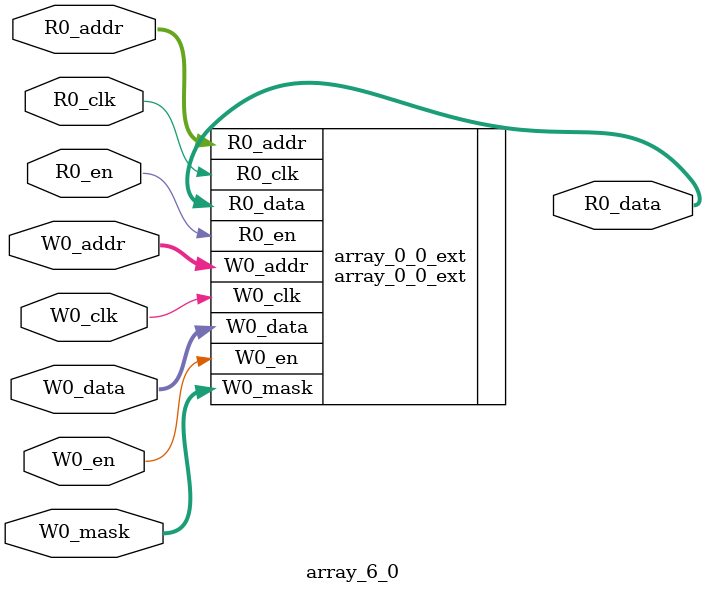
<source format=sv>
`ifndef RANDOMIZE
  `ifdef RANDOMIZE_REG_INIT
    `define RANDOMIZE
  `endif // RANDOMIZE_REG_INIT
`endif // not def RANDOMIZE
`ifndef RANDOMIZE
  `ifdef RANDOMIZE_MEM_INIT
    `define RANDOMIZE
  `endif // RANDOMIZE_MEM_INIT
`endif // not def RANDOMIZE

`ifndef RANDOM
  `define RANDOM $random
`endif // not def RANDOM

// Users can define 'PRINTF_COND' to add an extra gate to prints.
`ifndef PRINTF_COND_
  `ifdef PRINTF_COND
    `define PRINTF_COND_ (`PRINTF_COND)
  `else  // PRINTF_COND
    `define PRINTF_COND_ 1
  `endif // PRINTF_COND
`endif // not def PRINTF_COND_

// Users can define 'ASSERT_VERBOSE_COND' to add an extra gate to assert error printing.
`ifndef ASSERT_VERBOSE_COND_
  `ifdef ASSERT_VERBOSE_COND
    `define ASSERT_VERBOSE_COND_ (`ASSERT_VERBOSE_COND)
  `else  // ASSERT_VERBOSE_COND
    `define ASSERT_VERBOSE_COND_ 1
  `endif // ASSERT_VERBOSE_COND
`endif // not def ASSERT_VERBOSE_COND_

// Users can define 'STOP_COND' to add an extra gate to stop conditions.
`ifndef STOP_COND_
  `ifdef STOP_COND
    `define STOP_COND_ (`STOP_COND)
  `else  // STOP_COND
    `define STOP_COND_ 1
  `endif // STOP_COND
`endif // not def STOP_COND_

// Users can define INIT_RANDOM as general code that gets injected into the
// initializer block for modules with registers.
`ifndef INIT_RANDOM
  `define INIT_RANDOM
`endif // not def INIT_RANDOM

// If using random initialization, you can also define RANDOMIZE_DELAY to
// customize the delay used, otherwise 0.002 is used.
`ifndef RANDOMIZE_DELAY
  `define RANDOMIZE_DELAY 0.002
`endif // not def RANDOMIZE_DELAY

// Define INIT_RANDOM_PROLOG_ for use in our modules below.
`ifndef INIT_RANDOM_PROLOG_
  `ifdef RANDOMIZE
    `ifdef VERILATOR
      `define INIT_RANDOM_PROLOG_ `INIT_RANDOM
    `else  // VERILATOR
      `define INIT_RANDOM_PROLOG_ `INIT_RANDOM #`RANDOMIZE_DELAY begin end
    `endif // VERILATOR
  `else  // RANDOMIZE
    `define INIT_RANDOM_PROLOG_
  `endif // RANDOMIZE
`endif // not def INIT_RANDOM_PROLOG_

module array_6_0(	// @[DescribedSRAM.scala:17:26]
  input  [7:0]   R0_addr,
  input          R0_en,
                 R0_clk,
  input  [7:0]   W0_addr,
  input          W0_en,
                 W0_clk,
  input  [127:0] W0_data,
  input  [1:0]   W0_mask,
  output [127:0] R0_data
);

  array_0_0_ext array_0_0_ext (	// @[DescribedSRAM.scala:17:26]
    .R0_addr (R0_addr),
    .R0_en   (R0_en),
    .R0_clk  (R0_clk),
    .W0_addr (W0_addr),
    .W0_en   (W0_en),
    .W0_clk  (W0_clk),
    .W0_data (W0_data),
    .W0_mask (W0_mask),
    .R0_data (R0_data)
  );
endmodule


</source>
